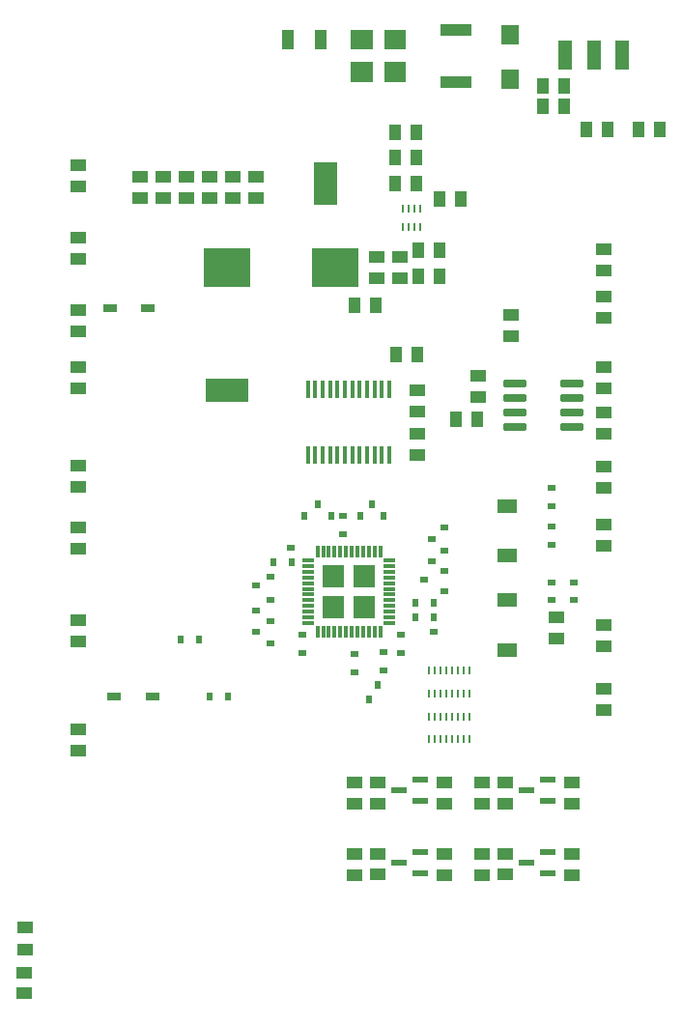
<source format=gtp>
G04*
G04 #@! TF.GenerationSoftware,Altium Limited,Altium Designer,21.0.9 (235)*
G04*
G04 Layer_Color=8421504*
%FSLAX44Y44*%
%MOMM*%
G71*
G04*
G04 #@! TF.SameCoordinates,58F94E15-CAE4-4791-8A53-09B8A48F05B3*
G04*
G04*
G04 #@! TF.FilePolarity,Positive*
G04*
G01*
G75*
%ADD16R,0.8000X0.6000*%
%ADD17R,1.3970X1.0160*%
%ADD18R,0.6000X0.8000*%
G04:AMPARAMS|DCode=19|XSize=1.97mm|YSize=0.6mm|CornerRadius=0.075mm|HoleSize=0mm|Usage=FLASHONLY|Rotation=0.000|XOffset=0mm|YOffset=0mm|HoleType=Round|Shape=RoundedRectangle|*
%AMROUNDEDRECTD19*
21,1,1.9700,0.4500,0,0,0.0*
21,1,1.8200,0.6000,0,0,0.0*
1,1,0.1500,0.9100,-0.2250*
1,1,0.1500,-0.9100,-0.2250*
1,1,0.1500,-0.9100,0.2250*
1,1,0.1500,0.9100,0.2250*
%
%ADD19ROUNDEDRECTD19*%
%ADD20R,1.4500X1.1000*%
%ADD21R,1.4224X0.5588*%
%ADD22R,0.2540X0.7112*%
G04:AMPARAMS|DCode=23|XSize=1mm|YSize=0.35mm|CornerRadius=0.0438mm|HoleSize=0mm|Usage=FLASHONLY|Rotation=270.000|XOffset=0mm|YOffset=0mm|HoleType=Round|Shape=RoundedRectangle|*
%AMROUNDEDRECTD23*
21,1,1.0000,0.2625,0,0,270.0*
21,1,0.9125,0.3500,0,0,270.0*
1,1,0.0875,-0.1313,-0.4563*
1,1,0.0875,-0.1313,0.4563*
1,1,0.0875,0.1313,0.4563*
1,1,0.0875,0.1313,-0.4563*
%
%ADD23ROUNDEDRECTD23*%
G04:AMPARAMS|DCode=24|XSize=1mm|YSize=0.35mm|CornerRadius=0.0438mm|HoleSize=0mm|Usage=FLASHONLY|Rotation=180.000|XOffset=0mm|YOffset=0mm|HoleType=Round|Shape=RoundedRectangle|*
%AMROUNDEDRECTD24*
21,1,1.0000,0.2625,0,0,180.0*
21,1,0.9125,0.3500,0,0,180.0*
1,1,0.0875,-0.4563,0.1313*
1,1,0.0875,0.4563,0.1313*
1,1,0.0875,0.4563,-0.1313*
1,1,0.0875,-0.4563,-0.1313*
%
%ADD24ROUNDEDRECTD24*%
%ADD25R,1.2192X0.7620*%
%ADD26R,1.0160X1.3970*%
G04:AMPARAMS|DCode=27|XSize=1.57mm|YSize=0.41mm|CornerRadius=0.0513mm|HoleSize=0mm|Usage=FLASHONLY|Rotation=270.000|XOffset=0mm|YOffset=0mm|HoleType=Round|Shape=RoundedRectangle|*
%AMROUNDEDRECTD27*
21,1,1.5700,0.3075,0,0,270.0*
21,1,1.4675,0.4100,0,0,270.0*
1,1,0.1025,-0.1538,-0.7338*
1,1,0.1025,-0.1538,0.7338*
1,1,0.1025,0.1538,0.7338*
1,1,0.1025,0.1538,-0.7338*
%
%ADD27ROUNDEDRECTD27*%
%ADD28R,3.8000X2.0300*%
%ADD29R,2.0300X3.8000*%
%ADD30R,0.2286X0.7112*%
%ADD31R,1.2000X2.5000*%
%ADD32R,1.5792X1.7994*%
%ADD33R,2.7400X0.9800*%
%ADD34R,1.0500X1.7200*%
%ADD35R,4.1000X3.5000*%
%ADD36R,1.7000X1.1500*%
%ADD37R,1.1000X1.4500*%
G36*
X305628Y378438D02*
X324728D01*
Y359338D01*
X305628D01*
Y378438D01*
D02*
G37*
G36*
Y405438D02*
X324728D01*
Y386338D01*
X305628D01*
Y405438D01*
D02*
G37*
G36*
X332628Y378438D02*
X351728D01*
Y359338D01*
X332628D01*
Y378438D01*
D02*
G37*
G36*
Y405438D02*
X351728D01*
Y386338D01*
X332628D01*
Y405438D01*
D02*
G37*
G36*
X349500Y846870D02*
Y829270D01*
X330700D01*
Y846870D01*
X349500D01*
D02*
G37*
G36*
Y875070D02*
Y857470D01*
X330700D01*
Y875070D01*
X349500D01*
D02*
G37*
G36*
X378900Y846870D02*
Y829270D01*
X360100D01*
Y846870D01*
X378900D01*
D02*
G37*
G36*
Y875070D02*
Y857470D01*
X360100D01*
Y875070D01*
X378900D01*
D02*
G37*
D16*
X506730Y374810D02*
D03*
Y390810D02*
D03*
X525780D02*
D03*
Y374810D02*
D03*
X506730Y457360D02*
D03*
Y473360D02*
D03*
X374398Y328668D02*
D03*
Y344668D02*
D03*
X359158Y313428D02*
D03*
Y329428D02*
D03*
X334010Y312040D02*
D03*
Y328040D02*
D03*
X288038Y328668D02*
D03*
Y344668D02*
D03*
X323598Y448808D02*
D03*
Y432808D02*
D03*
X506730Y423800D02*
D03*
Y439800D02*
D03*
X401718Y428108D02*
D03*
X412498Y417948D02*
D03*
Y438268D02*
D03*
X401718Y409058D02*
D03*
X412498Y382388D02*
D03*
X402718Y346828D02*
D03*
X412498Y400168D02*
D03*
X394718Y392548D02*
D03*
X277878Y420488D02*
D03*
X260098Y395088D02*
D03*
X247398Y387468D02*
D03*
X260098Y356353D02*
D03*
X247398Y346828D02*
D03*
X260098Y337303D02*
D03*
X247398Y365878D02*
D03*
X260098Y375403D02*
D03*
D17*
X552450Y353568D02*
D03*
Y334772D02*
D03*
X445770Y196320D02*
D03*
Y215116D02*
D03*
X524510D02*
D03*
Y196320D02*
D03*
X445770Y152886D02*
D03*
Y134090D02*
D03*
X412750Y152886D02*
D03*
Y134090D02*
D03*
X334010Y152886D02*
D03*
Y134090D02*
D03*
X412750Y196320D02*
D03*
Y215116D02*
D03*
X334010Y196320D02*
D03*
Y215116D02*
D03*
X91440Y243332D02*
D03*
Y262128D02*
D03*
X353060Y657352D02*
D03*
Y676148D02*
D03*
X373380D02*
D03*
Y657352D02*
D03*
X510540Y359918D02*
D03*
Y341122D02*
D03*
X552450Y422402D02*
D03*
Y441198D02*
D03*
Y491998D02*
D03*
Y473202D02*
D03*
Y520954D02*
D03*
Y539750D02*
D03*
Y560832D02*
D03*
Y579628D02*
D03*
Y641223D02*
D03*
Y622427D02*
D03*
Y682498D02*
D03*
Y663702D02*
D03*
X441960Y572008D02*
D03*
Y553212D02*
D03*
X388620Y502160D02*
D03*
Y520956D02*
D03*
Y559308D02*
D03*
Y540512D02*
D03*
X91440Y579628D02*
D03*
Y560832D02*
D03*
Y629158D02*
D03*
Y610362D02*
D03*
Y692658D02*
D03*
Y673862D02*
D03*
Y756158D02*
D03*
Y737362D02*
D03*
X146050Y727202D02*
D03*
Y745998D02*
D03*
X524510Y134090D02*
D03*
Y152886D02*
D03*
X44715Y87828D02*
D03*
Y69032D02*
D03*
X91440Y338521D02*
D03*
Y357317D02*
D03*
X552450Y297688D02*
D03*
Y278892D02*
D03*
X91440Y474335D02*
D03*
Y493131D02*
D03*
Y438658D02*
D03*
Y419862D02*
D03*
X471170Y625348D02*
D03*
Y606552D02*
D03*
X247650Y745998D02*
D03*
Y727202D02*
D03*
X227330Y745998D02*
D03*
Y727202D02*
D03*
X166370D02*
D03*
Y745998D02*
D03*
X186690Y727202D02*
D03*
Y745998D02*
D03*
X207010Y727202D02*
D03*
Y745998D02*
D03*
D18*
X181610Y340360D02*
D03*
X197610D02*
D03*
X402718Y372228D02*
D03*
X386718D02*
D03*
X402718Y359528D02*
D03*
X386718D02*
D03*
X262258Y407788D02*
D03*
X278258D02*
D03*
X348998Y458588D02*
D03*
X359158Y448428D02*
D03*
X313438D02*
D03*
X301585Y458588D02*
D03*
X207010Y290830D02*
D03*
X223010D02*
D03*
X354330Y300990D02*
D03*
X346710Y288290D02*
D03*
X289731Y448428D02*
D03*
X338838D02*
D03*
D19*
X474410Y565150D02*
D03*
Y552450D02*
D03*
Y539750D02*
D03*
Y527050D02*
D03*
X523810D02*
D03*
Y539750D02*
D03*
Y552450D02*
D03*
Y565150D02*
D03*
D20*
X466090Y196740D02*
D03*
Y214740D02*
D03*
Y134510D02*
D03*
Y152510D02*
D03*
X354330Y134510D02*
D03*
Y152510D02*
D03*
Y196740D02*
D03*
Y214740D02*
D03*
X44450Y48370D02*
D03*
Y30370D02*
D03*
D21*
X503428Y198780D02*
D03*
Y217780D02*
D03*
X484632Y208280D02*
D03*
X503428Y135280D02*
D03*
Y154280D02*
D03*
X484632Y144780D02*
D03*
X391668Y135280D02*
D03*
Y154280D02*
D03*
X372872Y144780D02*
D03*
X391668Y198780D02*
D03*
Y217780D02*
D03*
X372872Y208280D02*
D03*
D22*
X434100Y252984D02*
D03*
X429100D02*
D03*
X424100D02*
D03*
X419100D02*
D03*
X414100D02*
D03*
X409100D02*
D03*
X404100D02*
D03*
X399100D02*
D03*
Y273050D02*
D03*
X404100D02*
D03*
X409100D02*
D03*
X414100D02*
D03*
X419100D02*
D03*
X424100D02*
D03*
X429100D02*
D03*
X434100D02*
D03*
X434180Y313436D02*
D03*
X429180D02*
D03*
X424180D02*
D03*
X419180D02*
D03*
X414180D02*
D03*
X409180D02*
D03*
X404180D02*
D03*
X399180D02*
D03*
Y293370D02*
D03*
X404180D02*
D03*
X409180D02*
D03*
X414180D02*
D03*
X419180D02*
D03*
X424180D02*
D03*
X429180D02*
D03*
X434180D02*
D03*
D23*
X301178Y346988D02*
D03*
X306178D02*
D03*
X311178D02*
D03*
X301178Y417788D02*
D03*
X306178D02*
D03*
X311178D02*
D03*
X316178Y346988D02*
D03*
X356178D02*
D03*
X351178D02*
D03*
X341178D02*
D03*
X321178D02*
D03*
X326178D02*
D03*
X331178D02*
D03*
X336178D02*
D03*
X346178D02*
D03*
X316178Y417788D02*
D03*
X321178D02*
D03*
X326178D02*
D03*
X331178D02*
D03*
X336178D02*
D03*
X341178D02*
D03*
X346178D02*
D03*
X351178D02*
D03*
X356178D02*
D03*
D24*
X293278Y354888D02*
D03*
Y359888D02*
D03*
Y364888D02*
D03*
Y369888D02*
D03*
Y374888D02*
D03*
Y379888D02*
D03*
Y384888D02*
D03*
Y389888D02*
D03*
Y394888D02*
D03*
Y399888D02*
D03*
Y404888D02*
D03*
Y409888D02*
D03*
X364078Y354888D02*
D03*
Y359888D02*
D03*
Y364888D02*
D03*
Y369888D02*
D03*
Y374888D02*
D03*
Y379888D02*
D03*
Y384888D02*
D03*
Y389888D02*
D03*
Y394888D02*
D03*
Y399888D02*
D03*
Y404888D02*
D03*
Y409888D02*
D03*
D25*
X156464Y290830D02*
D03*
X122936D02*
D03*
X152654Y631190D02*
D03*
X119126D02*
D03*
D26*
X389382Y681990D02*
D03*
X408178D02*
D03*
X389382Y659130D02*
D03*
X408178D02*
D03*
X333502Y633730D02*
D03*
X352298D02*
D03*
X422402Y533400D02*
D03*
X441198D02*
D03*
X388620Y590550D02*
D03*
X369824D02*
D03*
X427228Y726440D02*
D03*
X408432D02*
D03*
X369062Y740410D02*
D03*
X387858D02*
D03*
X369062Y762635D02*
D03*
X387858D02*
D03*
Y784860D02*
D03*
X369062D02*
D03*
X536702Y787400D02*
D03*
X555498D02*
D03*
X498602Y825500D02*
D03*
X517398D02*
D03*
X498602Y807720D02*
D03*
X517398D02*
D03*
D27*
X364320Y559560D02*
D03*
X357820D02*
D03*
X351320D02*
D03*
X344820D02*
D03*
X338320D02*
D03*
X331820D02*
D03*
X325320D02*
D03*
X318820D02*
D03*
X312320D02*
D03*
X305820D02*
D03*
X299320D02*
D03*
X292820D02*
D03*
Y502160D02*
D03*
X299320D02*
D03*
X305820D02*
D03*
X312320D02*
D03*
X318820D02*
D03*
X325320D02*
D03*
X331820D02*
D03*
X338320D02*
D03*
X344820D02*
D03*
X351320D02*
D03*
X357820D02*
D03*
X364320D02*
D03*
D28*
X222250Y558800D02*
D03*
D29*
X308610Y740410D02*
D03*
D30*
X391042Y701929D02*
D03*
X386041D02*
D03*
X381039D02*
D03*
X376038D02*
D03*
Y717931D02*
D03*
X381039D02*
D03*
X386041D02*
D03*
X391042D02*
D03*
D31*
X518560Y852610D02*
D03*
X568560D02*
D03*
X543560D02*
D03*
D32*
X469900Y831185D02*
D03*
Y870615D02*
D03*
D33*
X422910Y875030D02*
D03*
Y829310D02*
D03*
D34*
X304160Y866140D02*
D03*
X274960D02*
D03*
D35*
X221740Y666750D02*
D03*
X316740D02*
D03*
D36*
X467360Y457360D02*
D03*
Y413860D02*
D03*
Y374810D02*
D03*
Y331310D02*
D03*
D37*
X582820Y787400D02*
D03*
X600820D02*
D03*
M02*

</source>
